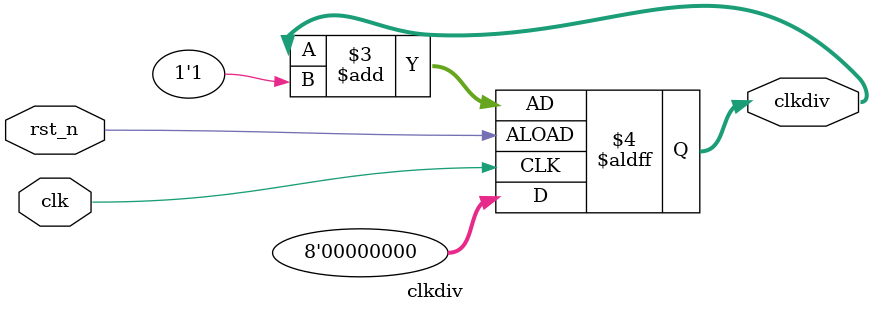
<source format=v>
`timescale 1ns / 1ps


module clkdiv(
    input clk,
    input rst_n,
    output reg [7:0] clkdiv
    );
    always @(posedge clk or posedge rst_n)
    begin
        if(!rst_n) clkdiv<=0;
            else clkdiv <= clkdiv + 1'b1;
    end
endmodule

</source>
